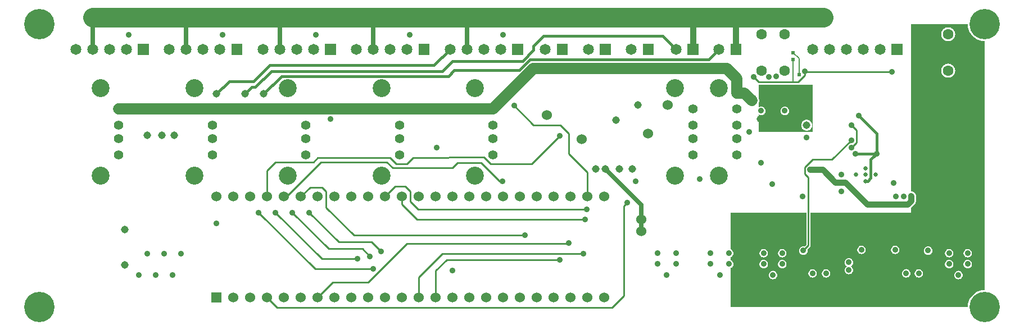
<source format=gbr>
G04 start of page 4 for group 2 idx 2 *
G04 Title: uart, signal3 *
G04 Creator: pcb 20140316 *
G04 CreationDate: Wed 16 Jan 2019 07:50:34 AM GMT UTC *
G04 For: brian *
G04 Format: Gerber/RS-274X *
G04 PCB-Dimensions (mil): 9000.00 5000.00 *
G04 PCB-Coordinate-Origin: lower left *
%MOIN*%
%FSLAX25Y25*%
%LNGROUP2*%
%ADD100C,0.0380*%
%ADD99C,0.0906*%
%ADD98C,0.0354*%
%ADD97C,0.0118*%
%ADD96C,0.1285*%
%ADD95C,0.0433*%
%ADD94C,0.0400*%
%ADD93C,0.0118*%
%ADD92C,0.0200*%
%ADD91C,0.0240*%
%ADD90C,0.0450*%
%ADD89C,0.0360*%
%ADD88C,0.0600*%
%ADD87C,0.1063*%
%ADD86C,0.0551*%
%ADD85C,0.0256*%
%ADD84C,0.1800*%
%ADD83C,0.0630*%
%ADD82C,0.0060*%
%ADD81C,0.0350*%
%ADD80C,0.0100*%
%ADD79C,0.0150*%
%ADD78C,0.0650*%
%ADD77C,0.0250*%
%ADD76C,0.1150*%
%ADD75C,0.0001*%
G54D75*G36*
X691496Y379657D02*X691593Y378431D01*
X691960Y376900D01*
X692562Y375446D01*
X693385Y374104D01*
X694407Y372907D01*
X695604Y371885D01*
X696946Y371062D01*
X698400Y370460D01*
X699931Y370093D01*
X701500Y369969D01*
Y222031D01*
X699931Y221907D01*
X698400Y221540D01*
X696946Y220938D01*
X695604Y220115D01*
X694407Y219093D01*
X693385Y217896D01*
X692562Y216554D01*
X691960Y215100D01*
X691593Y213569D01*
X691496Y212343D01*
Y234993D01*
X691500Y234992D01*
X691892Y235023D01*
X692275Y235115D01*
X692638Y235266D01*
X692974Y235471D01*
X693273Y235727D01*
X693529Y236026D01*
X693734Y236362D01*
X693885Y236725D01*
X693977Y237108D01*
X694000Y237500D01*
X693977Y237892D01*
X693885Y238275D01*
X693734Y238638D01*
X693529Y238974D01*
X693273Y239273D01*
X692974Y239529D01*
X692638Y239734D01*
X692275Y239885D01*
X691892Y239977D01*
X691500Y240008D01*
X691496Y240007D01*
Y241493D01*
X691500Y241492D01*
X691892Y241523D01*
X692275Y241615D01*
X692638Y241766D01*
X692974Y241971D01*
X693273Y242227D01*
X693529Y242526D01*
X693734Y242862D01*
X693885Y243225D01*
X693977Y243608D01*
X694000Y244000D01*
X693977Y244392D01*
X693885Y244775D01*
X693734Y245138D01*
X693529Y245474D01*
X693273Y245773D01*
X692974Y246029D01*
X692638Y246234D01*
X692275Y246385D01*
X691892Y246477D01*
X691500Y246508D01*
X691496Y246507D01*
Y379657D01*
G37*
G36*
X685996Y380000D02*X691469D01*
X691496Y379657D01*
Y246507D01*
X691108Y246477D01*
X690725Y246385D01*
X690362Y246234D01*
X690026Y246029D01*
X689727Y245773D01*
X689471Y245474D01*
X689266Y245138D01*
X689115Y244775D01*
X689023Y244392D01*
X688992Y244000D01*
X689023Y243608D01*
X689115Y243225D01*
X689266Y242862D01*
X689471Y242526D01*
X689727Y242227D01*
X690026Y241971D01*
X690362Y241766D01*
X690725Y241615D01*
X691108Y241523D01*
X691496Y241493D01*
Y240007D01*
X691108Y239977D01*
X690725Y239885D01*
X690362Y239734D01*
X690026Y239529D01*
X689727Y239273D01*
X689471Y238974D01*
X689266Y238638D01*
X689115Y238275D01*
X689023Y237892D01*
X688992Y237500D01*
X689023Y237108D01*
X689115Y236725D01*
X689266Y236362D01*
X689471Y236026D01*
X689727Y235727D01*
X690026Y235471D01*
X690362Y235266D01*
X690725Y235115D01*
X691108Y235023D01*
X691496Y234993D01*
Y212343D01*
X691469Y212000D01*
X685996D01*
Y228493D01*
X686000Y228492D01*
X686392Y228523D01*
X686775Y228615D01*
X687138Y228766D01*
X687474Y228971D01*
X687773Y229227D01*
X688029Y229526D01*
X688234Y229862D01*
X688385Y230225D01*
X688477Y230608D01*
X688500Y231000D01*
X688477Y231392D01*
X688385Y231775D01*
X688234Y232138D01*
X688029Y232474D01*
X687773Y232773D01*
X687474Y233029D01*
X687138Y233234D01*
X686775Y233385D01*
X686392Y233477D01*
X686000Y233508D01*
X685996Y233507D01*
Y380000D01*
G37*
G36*
X680496D02*X685996D01*
Y233507D01*
X685608Y233477D01*
X685225Y233385D01*
X684862Y233234D01*
X684526Y233029D01*
X684227Y232773D01*
X683971Y232474D01*
X683766Y232138D01*
X683615Y231775D01*
X683523Y231392D01*
X683492Y231000D01*
X683523Y230608D01*
X683615Y230225D01*
X683766Y229862D01*
X683971Y229526D01*
X684227Y229227D01*
X684526Y228971D01*
X684862Y228766D01*
X685225Y228615D01*
X685608Y228523D01*
X685996Y228493D01*
Y212000D01*
X680496D01*
Y234993D01*
X680500Y234992D01*
X680892Y235023D01*
X681275Y235115D01*
X681638Y235266D01*
X681974Y235471D01*
X682273Y235727D01*
X682529Y236026D01*
X682734Y236362D01*
X682885Y236725D01*
X682977Y237108D01*
X683000Y237500D01*
X682977Y237892D01*
X682885Y238275D01*
X682734Y238638D01*
X682529Y238974D01*
X682273Y239273D01*
X681974Y239529D01*
X681638Y239734D01*
X681275Y239885D01*
X680892Y239977D01*
X680500Y240008D01*
X680496Y240007D01*
Y241493D01*
X680500Y241492D01*
X680892Y241523D01*
X681275Y241615D01*
X681638Y241766D01*
X681974Y241971D01*
X682273Y242227D01*
X682529Y242526D01*
X682734Y242862D01*
X682885Y243225D01*
X682977Y243608D01*
X683000Y244000D01*
X682977Y244392D01*
X682885Y244775D01*
X682734Y245138D01*
X682529Y245474D01*
X682273Y245773D01*
X681974Y246029D01*
X681638Y246234D01*
X681275Y246385D01*
X680892Y246477D01*
X680500Y246508D01*
X680496Y246507D01*
Y348232D01*
X680541Y348235D01*
X681176Y348388D01*
X681779Y348638D01*
X682336Y348979D01*
X682833Y349403D01*
X683257Y349900D01*
X683598Y350457D01*
X683848Y351060D01*
X684001Y351695D01*
X684039Y352346D01*
X684001Y352998D01*
X683848Y353633D01*
X683598Y354236D01*
X683257Y354793D01*
X682833Y355290D01*
X682336Y355714D01*
X681779Y356055D01*
X681176Y356305D01*
X680541Y356458D01*
X680496Y356461D01*
Y369885D01*
X680541Y369889D01*
X681176Y370041D01*
X681779Y370291D01*
X682336Y370633D01*
X682833Y371057D01*
X683257Y371553D01*
X683598Y372110D01*
X683848Y372714D01*
X684001Y373349D01*
X684039Y374000D01*
X684001Y374651D01*
X683848Y375286D01*
X683598Y375890D01*
X683257Y376447D01*
X682833Y376943D01*
X682336Y377367D01*
X681779Y377709D01*
X681176Y377959D01*
X680541Y378111D01*
X680496Y378115D01*
Y380000D01*
G37*
G36*
X667996D02*X680496D01*
Y378115D01*
X679890Y378162D01*
X679239Y378111D01*
X678604Y377959D01*
X678000Y377709D01*
X677443Y377367D01*
X676946Y376943D01*
X676522Y376447D01*
X676181Y375890D01*
X675931Y375286D01*
X675779Y374651D01*
X675727Y374000D01*
X675779Y373349D01*
X675931Y372714D01*
X676181Y372110D01*
X676522Y371553D01*
X676946Y371057D01*
X677443Y370633D01*
X678000Y370291D01*
X678604Y370041D01*
X679239Y369889D01*
X679890Y369838D01*
X680496Y369885D01*
Y356461D01*
X679890Y356509D01*
X679239Y356458D01*
X678604Y356305D01*
X678000Y356055D01*
X677443Y355714D01*
X676946Y355290D01*
X676522Y354793D01*
X676181Y354236D01*
X675931Y353633D01*
X675779Y352998D01*
X675727Y352346D01*
X675779Y351695D01*
X675931Y351060D01*
X676181Y350457D01*
X676522Y349900D01*
X676946Y349403D01*
X677443Y348979D01*
X678000Y348638D01*
X678604Y348388D01*
X679239Y348235D01*
X679890Y348184D01*
X680496Y348232D01*
Y246507D01*
X680108Y246477D01*
X679725Y246385D01*
X679362Y246234D01*
X679026Y246029D01*
X678727Y245773D01*
X678471Y245474D01*
X678266Y245138D01*
X678115Y244775D01*
X678023Y244392D01*
X677992Y244000D01*
X678023Y243608D01*
X678115Y243225D01*
X678266Y242862D01*
X678471Y242526D01*
X678727Y242227D01*
X679026Y241971D01*
X679362Y241766D01*
X679725Y241615D01*
X680108Y241523D01*
X680496Y241493D01*
Y240007D01*
X680108Y239977D01*
X679725Y239885D01*
X679362Y239734D01*
X679026Y239529D01*
X678727Y239273D01*
X678471Y238974D01*
X678266Y238638D01*
X678115Y238275D01*
X678023Y237892D01*
X677992Y237500D01*
X678023Y237108D01*
X678115Y236725D01*
X678266Y236362D01*
X678471Y236026D01*
X678727Y235727D01*
X679026Y235471D01*
X679362Y235266D01*
X679725Y235115D01*
X680108Y235023D01*
X680496Y234993D01*
Y212000D01*
X667996D01*
Y242993D01*
X668000Y242992D01*
X668392Y243023D01*
X668775Y243115D01*
X669138Y243266D01*
X669474Y243471D01*
X669773Y243727D01*
X670029Y244026D01*
X670234Y244362D01*
X670385Y244725D01*
X670477Y245108D01*
X670500Y245500D01*
X670477Y245892D01*
X670385Y246275D01*
X670234Y246638D01*
X670029Y246974D01*
X669773Y247273D01*
X669474Y247529D01*
X669138Y247734D01*
X668775Y247885D01*
X668392Y247977D01*
X668000Y248008D01*
X667996Y248007D01*
Y380000D01*
G37*
G36*
X662496D02*X667996D01*
Y248007D01*
X667608Y247977D01*
X667225Y247885D01*
X666862Y247734D01*
X666526Y247529D01*
X666227Y247273D01*
X665971Y246974D01*
X665766Y246638D01*
X665615Y246275D01*
X665523Y245892D01*
X665492Y245500D01*
X665523Y245108D01*
X665615Y244725D01*
X665766Y244362D01*
X665971Y244026D01*
X666227Y243727D01*
X666526Y243471D01*
X666862Y243266D01*
X667225Y243115D01*
X667608Y243023D01*
X667996Y242993D01*
Y212000D01*
X662496D01*
Y229493D01*
X662500Y229492D01*
X662892Y229523D01*
X663275Y229615D01*
X663638Y229766D01*
X663974Y229971D01*
X664273Y230227D01*
X664529Y230526D01*
X664734Y230862D01*
X664885Y231225D01*
X664977Y231608D01*
X665000Y232000D01*
X664977Y232392D01*
X664885Y232775D01*
X664734Y233138D01*
X664529Y233474D01*
X664273Y233773D01*
X663974Y234029D01*
X663638Y234234D01*
X663275Y234385D01*
X662892Y234477D01*
X662500Y234508D01*
X662496Y234507D01*
Y380000D01*
G37*
G36*
X654996Y268000D02*X658000D01*
Y271107D01*
X658021Y271132D01*
X659868Y272979D01*
X659951Y273049D01*
X660231Y273378D01*
X660232Y273379D01*
X660458Y273748D01*
X660623Y274148D01*
X660725Y274568D01*
X660758Y275000D01*
X660750Y275108D01*
Y278000D01*
X660725Y278432D01*
X660623Y278852D01*
X660458Y279252D01*
X660232Y279621D01*
X659951Y279951D01*
X659621Y280232D01*
X659252Y280458D01*
X658852Y280623D01*
X658432Y280725D01*
X658000Y280758D01*
Y380000D01*
X662496D01*
Y234507D01*
X662108Y234477D01*
X661725Y234385D01*
X661362Y234234D01*
X661026Y234029D01*
X660727Y233773D01*
X660471Y233474D01*
X660266Y233138D01*
X660115Y232775D01*
X660023Y232392D01*
X659992Y232000D01*
X660023Y231608D01*
X660115Y231225D01*
X660266Y230862D01*
X660471Y230526D01*
X660727Y230227D01*
X661026Y229971D01*
X661362Y229766D01*
X661725Y229615D01*
X662108Y229523D01*
X662496Y229493D01*
Y212000D01*
X654996D01*
Y229493D01*
X655000Y229492D01*
X655392Y229523D01*
X655775Y229615D01*
X656138Y229766D01*
X656474Y229971D01*
X656773Y230227D01*
X657029Y230526D01*
X657234Y230862D01*
X657385Y231225D01*
X657477Y231608D01*
X657500Y232000D01*
X657477Y232392D01*
X657385Y232775D01*
X657234Y233138D01*
X657029Y233474D01*
X656773Y233773D01*
X656474Y234029D01*
X656138Y234234D01*
X655775Y234385D01*
X655392Y234477D01*
X655000Y234508D01*
X654996Y234507D01*
Y268000D01*
G37*
G36*
X648496D02*X654996D01*
Y234507D01*
X654608Y234477D01*
X654225Y234385D01*
X653862Y234234D01*
X653526Y234029D01*
X653227Y233773D01*
X652971Y233474D01*
X652766Y233138D01*
X652615Y232775D01*
X652523Y232392D01*
X652492Y232000D01*
X652523Y231608D01*
X652615Y231225D01*
X652766Y230862D01*
X652971Y230526D01*
X653227Y230227D01*
X653526Y229971D01*
X653862Y229766D01*
X654225Y229615D01*
X654608Y229523D01*
X654996Y229493D01*
Y212000D01*
X648496D01*
Y243493D01*
X648500Y243492D01*
X648892Y243523D01*
X649275Y243615D01*
X649638Y243766D01*
X649974Y243971D01*
X650273Y244227D01*
X650529Y244526D01*
X650734Y244862D01*
X650885Y245225D01*
X650977Y245608D01*
X651000Y246000D01*
X650977Y246392D01*
X650885Y246775D01*
X650734Y247138D01*
X650529Y247474D01*
X650273Y247773D01*
X649974Y248029D01*
X649638Y248234D01*
X649275Y248385D01*
X648892Y248477D01*
X648500Y248508D01*
X648496Y248507D01*
Y268000D01*
G37*
G36*
X628496D02*X648496D01*
Y248507D01*
X648108Y248477D01*
X647725Y248385D01*
X647362Y248234D01*
X647026Y248029D01*
X646727Y247773D01*
X646471Y247474D01*
X646266Y247138D01*
X646115Y246775D01*
X646023Y246392D01*
X645992Y246000D01*
X646023Y245608D01*
X646115Y245225D01*
X646266Y244862D01*
X646471Y244526D01*
X646727Y244227D01*
X647026Y243971D01*
X647362Y243766D01*
X647725Y243615D01*
X648108Y243523D01*
X648496Y243493D01*
Y212000D01*
X628496D01*
Y243493D01*
X628500Y243492D01*
X628892Y243523D01*
X629275Y243615D01*
X629638Y243766D01*
X629974Y243971D01*
X630273Y244227D01*
X630529Y244526D01*
X630734Y244862D01*
X630885Y245225D01*
X630977Y245608D01*
X631000Y246000D01*
X630977Y246392D01*
X630885Y246775D01*
X630734Y247138D01*
X630529Y247474D01*
X630273Y247773D01*
X629974Y248029D01*
X629638Y248234D01*
X629275Y248385D01*
X628892Y248477D01*
X628500Y248508D01*
X628496Y248507D01*
Y268000D01*
G37*
G36*
X620996D02*X628496D01*
Y248507D01*
X628108Y248477D01*
X627725Y248385D01*
X627362Y248234D01*
X627026Y248029D01*
X626727Y247773D01*
X626471Y247474D01*
X626266Y247138D01*
X626115Y246775D01*
X626023Y246392D01*
X625992Y246000D01*
X626023Y245608D01*
X626115Y245225D01*
X626266Y244862D01*
X626471Y244526D01*
X626727Y244227D01*
X627026Y243971D01*
X627362Y243766D01*
X627725Y243615D01*
X628108Y243523D01*
X628496Y243493D01*
Y212000D01*
X620996D01*
Y231493D01*
X621000Y231492D01*
X621392Y231523D01*
X621775Y231615D01*
X622138Y231766D01*
X622474Y231971D01*
X622773Y232227D01*
X623029Y232526D01*
X623234Y232862D01*
X623385Y233225D01*
X623477Y233608D01*
X623500Y234000D01*
X623477Y234392D01*
X623385Y234775D01*
X623234Y235138D01*
X623029Y235474D01*
X622773Y235773D01*
X622474Y236029D01*
X622138Y236234D01*
X622101Y236250D01*
X622138Y236266D01*
X622474Y236471D01*
X622773Y236727D01*
X623029Y237026D01*
X623234Y237362D01*
X623385Y237725D01*
X623477Y238108D01*
X623500Y238500D01*
X623477Y238892D01*
X623385Y239275D01*
X623234Y239638D01*
X623029Y239974D01*
X622773Y240273D01*
X622474Y240529D01*
X622138Y240734D01*
X621775Y240885D01*
X621392Y240977D01*
X621000Y241008D01*
X620996Y241007D01*
Y268000D01*
G37*
G36*
X607496D02*X620996D01*
Y241007D01*
X620608Y240977D01*
X620225Y240885D01*
X619862Y240734D01*
X619526Y240529D01*
X619227Y240273D01*
X618971Y239974D01*
X618766Y239638D01*
X618615Y239275D01*
X618523Y238892D01*
X618492Y238500D01*
X618523Y238108D01*
X618615Y237725D01*
X618766Y237362D01*
X618971Y237026D01*
X619227Y236727D01*
X619526Y236471D01*
X619862Y236266D01*
X619899Y236250D01*
X619862Y236234D01*
X619526Y236029D01*
X619227Y235773D01*
X618971Y235474D01*
X618766Y235138D01*
X618615Y234775D01*
X618523Y234392D01*
X618492Y234000D01*
X618523Y233608D01*
X618615Y233225D01*
X618766Y232862D01*
X618971Y232526D01*
X619227Y232227D01*
X619526Y231971D01*
X619862Y231766D01*
X620225Y231615D01*
X620608Y231523D01*
X620996Y231493D01*
Y212000D01*
X607496D01*
Y229493D01*
X607500Y229492D01*
X607892Y229523D01*
X608275Y229615D01*
X608638Y229766D01*
X608974Y229971D01*
X609273Y230227D01*
X609529Y230526D01*
X609734Y230862D01*
X609885Y231225D01*
X609977Y231608D01*
X610000Y232000D01*
X609977Y232392D01*
X609885Y232775D01*
X609734Y233138D01*
X609529Y233474D01*
X609273Y233773D01*
X608974Y234029D01*
X608638Y234234D01*
X608275Y234385D01*
X607892Y234477D01*
X607500Y234508D01*
X607496Y234507D01*
Y268000D01*
G37*
G36*
X599496D02*X607496D01*
Y234507D01*
X607108Y234477D01*
X606725Y234385D01*
X606362Y234234D01*
X606026Y234029D01*
X605727Y233773D01*
X605471Y233474D01*
X605266Y233138D01*
X605115Y232775D01*
X605023Y232392D01*
X604992Y232000D01*
X605023Y231608D01*
X605115Y231225D01*
X605266Y230862D01*
X605471Y230526D01*
X605727Y230227D01*
X606026Y229971D01*
X606362Y229766D01*
X606725Y229615D01*
X607108Y229523D01*
X607496Y229493D01*
Y212000D01*
X599496D01*
Y229493D01*
X599500Y229492D01*
X599892Y229523D01*
X600275Y229615D01*
X600638Y229766D01*
X600974Y229971D01*
X601273Y230227D01*
X601529Y230526D01*
X601734Y230862D01*
X601885Y231225D01*
X601977Y231608D01*
X602000Y232000D01*
X601977Y232392D01*
X601885Y232775D01*
X601734Y233138D01*
X601529Y233474D01*
X601273Y233773D01*
X600974Y234029D01*
X600638Y234234D01*
X600275Y234385D01*
X599892Y234477D01*
X599500Y234508D01*
X599496Y234507D01*
Y268000D01*
G37*
G36*
X581496D02*X595800D01*
Y248997D01*
X594705Y247902D01*
X594392Y247977D01*
X594000Y248008D01*
X593608Y247977D01*
X593225Y247885D01*
X592862Y247734D01*
X592526Y247529D01*
X592227Y247273D01*
X591971Y246974D01*
X591766Y246638D01*
X591615Y246275D01*
X591523Y245892D01*
X591492Y245500D01*
X591523Y245108D01*
X591615Y244725D01*
X591766Y244362D01*
X591971Y244026D01*
X592227Y243727D01*
X592526Y243471D01*
X592862Y243266D01*
X593225Y243115D01*
X593608Y243023D01*
X594000Y242992D01*
X594392Y243023D01*
X594775Y243115D01*
X595138Y243266D01*
X595474Y243471D01*
X595773Y243727D01*
X596029Y244026D01*
X596234Y244362D01*
X596385Y244725D01*
X596477Y245108D01*
X596500Y245500D01*
X596477Y245892D01*
X596402Y246205D01*
X597815Y247618D01*
X597851Y247649D01*
X597974Y247792D01*
X597974Y247792D01*
X598073Y247954D01*
X598145Y248128D01*
X598189Y248312D01*
X598204Y248500D01*
X598200Y248547D01*
Y268000D01*
X599496D01*
Y234507D01*
X599108Y234477D01*
X598725Y234385D01*
X598362Y234234D01*
X598026Y234029D01*
X597727Y233773D01*
X597471Y233474D01*
X597266Y233138D01*
X597115Y232775D01*
X597023Y232392D01*
X596992Y232000D01*
X597023Y231608D01*
X597115Y231225D01*
X597266Y230862D01*
X597471Y230526D01*
X597727Y230227D01*
X598026Y229971D01*
X598362Y229766D01*
X598725Y229615D01*
X599108Y229523D01*
X599496Y229493D01*
Y212000D01*
X581496D01*
Y234993D01*
X581500Y234992D01*
X581892Y235023D01*
X582275Y235115D01*
X582638Y235266D01*
X582974Y235471D01*
X583273Y235727D01*
X583529Y236026D01*
X583734Y236362D01*
X583885Y236725D01*
X583977Y237108D01*
X584000Y237500D01*
X583977Y237892D01*
X583885Y238275D01*
X583734Y238638D01*
X583529Y238974D01*
X583273Y239273D01*
X582974Y239529D01*
X582638Y239734D01*
X582275Y239885D01*
X581892Y239977D01*
X581500Y240008D01*
X581496Y240007D01*
Y241493D01*
X581500Y241492D01*
X581892Y241523D01*
X582275Y241615D01*
X582638Y241766D01*
X582974Y241971D01*
X583273Y242227D01*
X583529Y242526D01*
X583734Y242862D01*
X583885Y243225D01*
X583977Y243608D01*
X584000Y244000D01*
X583977Y244392D01*
X583885Y244775D01*
X583734Y245138D01*
X583529Y245474D01*
X583273Y245773D01*
X582974Y246029D01*
X582638Y246234D01*
X582275Y246385D01*
X581892Y246477D01*
X581500Y246508D01*
X581496Y246507D01*
Y268000D01*
G37*
G36*
X575996D02*X581496D01*
Y246507D01*
X581108Y246477D01*
X580725Y246385D01*
X580362Y246234D01*
X580026Y246029D01*
X579727Y245773D01*
X579471Y245474D01*
X579266Y245138D01*
X579115Y244775D01*
X579023Y244392D01*
X578992Y244000D01*
X579023Y243608D01*
X579115Y243225D01*
X579266Y242862D01*
X579471Y242526D01*
X579727Y242227D01*
X580026Y241971D01*
X580362Y241766D01*
X580725Y241615D01*
X581108Y241523D01*
X581496Y241493D01*
Y240007D01*
X581108Y239977D01*
X580725Y239885D01*
X580362Y239734D01*
X580026Y239529D01*
X579727Y239273D01*
X579471Y238974D01*
X579266Y238638D01*
X579115Y238275D01*
X579023Y237892D01*
X578992Y237500D01*
X579023Y237108D01*
X579115Y236725D01*
X579266Y236362D01*
X579471Y236026D01*
X579727Y235727D01*
X580026Y235471D01*
X580362Y235266D01*
X580725Y235115D01*
X581108Y235023D01*
X581496Y234993D01*
Y212000D01*
X575996D01*
Y228493D01*
X576000Y228492D01*
X576392Y228523D01*
X576775Y228615D01*
X577138Y228766D01*
X577474Y228971D01*
X577773Y229227D01*
X578029Y229526D01*
X578234Y229862D01*
X578385Y230225D01*
X578477Y230608D01*
X578500Y231000D01*
X578477Y231392D01*
X578385Y231775D01*
X578234Y232138D01*
X578029Y232474D01*
X577773Y232773D01*
X577474Y233029D01*
X577138Y233234D01*
X576775Y233385D01*
X576392Y233477D01*
X576000Y233508D01*
X575996Y233507D01*
Y268000D01*
G37*
G36*
X570496D02*X575996D01*
Y233507D01*
X575608Y233477D01*
X575225Y233385D01*
X574862Y233234D01*
X574526Y233029D01*
X574227Y232773D01*
X573971Y232474D01*
X573766Y232138D01*
X573615Y231775D01*
X573523Y231392D01*
X573492Y231000D01*
X573523Y230608D01*
X573615Y230225D01*
X573766Y229862D01*
X573971Y229526D01*
X574227Y229227D01*
X574526Y228971D01*
X574862Y228766D01*
X575225Y228615D01*
X575608Y228523D01*
X575996Y228493D01*
Y212000D01*
X570496D01*
Y234993D01*
X570500Y234992D01*
X570892Y235023D01*
X571275Y235115D01*
X571638Y235266D01*
X571974Y235471D01*
X572273Y235727D01*
X572529Y236026D01*
X572734Y236362D01*
X572885Y236725D01*
X572977Y237108D01*
X573000Y237500D01*
X572977Y237892D01*
X572885Y238275D01*
X572734Y238638D01*
X572529Y238974D01*
X572273Y239273D01*
X571974Y239529D01*
X571638Y239734D01*
X571275Y239885D01*
X570892Y239977D01*
X570500Y240008D01*
X570496Y240007D01*
Y241493D01*
X570500Y241492D01*
X570892Y241523D01*
X571275Y241615D01*
X571638Y241766D01*
X571974Y241971D01*
X572273Y242227D01*
X572529Y242526D01*
X572734Y242862D01*
X572885Y243225D01*
X572977Y243608D01*
X573000Y244000D01*
X572977Y244392D01*
X572885Y244775D01*
X572734Y245138D01*
X572529Y245474D01*
X572273Y245773D01*
X571974Y246029D01*
X571638Y246234D01*
X571275Y246385D01*
X570892Y246477D01*
X570500Y246508D01*
X570496Y246507D01*
Y268000D01*
G37*
G36*
X551000D02*X570496D01*
Y246507D01*
X570108Y246477D01*
X569725Y246385D01*
X569362Y246234D01*
X569026Y246029D01*
X568727Y245773D01*
X568471Y245474D01*
X568266Y245138D01*
X568115Y244775D01*
X568023Y244392D01*
X567992Y244000D01*
X568023Y243608D01*
X568115Y243225D01*
X568266Y242862D01*
X568471Y242526D01*
X568727Y242227D01*
X569026Y241971D01*
X569362Y241766D01*
X569725Y241615D01*
X570108Y241523D01*
X570496Y241493D01*
Y240007D01*
X570108Y239977D01*
X569725Y239885D01*
X569362Y239734D01*
X569026Y239529D01*
X568727Y239273D01*
X568471Y238974D01*
X568266Y238638D01*
X568115Y238275D01*
X568023Y237892D01*
X567992Y237500D01*
X568023Y237108D01*
X568115Y236725D01*
X568266Y236362D01*
X568471Y236026D01*
X568727Y235727D01*
X569026Y235471D01*
X569362Y235266D01*
X569725Y235115D01*
X570108Y235023D01*
X570496Y234993D01*
Y212000D01*
X551000D01*
Y235208D01*
X551138Y235266D01*
X551474Y235471D01*
X551773Y235727D01*
X552029Y236026D01*
X552234Y236362D01*
X552385Y236725D01*
X552477Y237108D01*
X552500Y237500D01*
X552477Y237892D01*
X552385Y238275D01*
X552234Y238638D01*
X552029Y238974D01*
X551773Y239273D01*
X551474Y239529D01*
X551138Y239734D01*
X551000Y239792D01*
Y241708D01*
X551138Y241766D01*
X551474Y241971D01*
X551773Y242227D01*
X552029Y242526D01*
X552234Y242862D01*
X552385Y243225D01*
X552477Y243608D01*
X552500Y244000D01*
X552477Y244392D01*
X552385Y244775D01*
X552234Y245138D01*
X552029Y245474D01*
X551773Y245773D01*
X551474Y246029D01*
X551138Y246234D01*
X551000Y246292D01*
Y268000D01*
G37*
G36*
X595995Y344000D02*X599500D01*
Y316000D01*
X595995D01*
Y316740D01*
X596000Y316740D01*
X596510Y316780D01*
X597007Y316900D01*
X597480Y317095D01*
X597916Y317363D01*
X598305Y317695D01*
X598637Y318084D01*
X598905Y318520D01*
X599100Y318993D01*
X599220Y319490D01*
X599250Y320000D01*
X599220Y320510D01*
X599100Y321007D01*
X598905Y321480D01*
X598637Y321916D01*
X598305Y322305D01*
X597916Y322637D01*
X597480Y322905D01*
X597007Y323100D01*
X596510Y323220D01*
X596000Y323260D01*
X595995Y323260D01*
Y344000D01*
G37*
G36*
X582996D02*X595995D01*
Y323260D01*
X595490Y323220D01*
X594993Y323100D01*
X594520Y322905D01*
X594084Y322637D01*
X593695Y322305D01*
X593363Y321916D01*
X593095Y321480D01*
X592900Y321007D01*
X592780Y320510D01*
X592740Y320000D01*
X592780Y319490D01*
X592900Y318993D01*
X593095Y318520D01*
X593363Y318084D01*
X593695Y317695D01*
X594084Y317363D01*
X594520Y317095D01*
X594993Y316900D01*
X595490Y316780D01*
X595995Y316740D01*
Y316000D01*
X582996D01*
Y325993D01*
X583000Y325992D01*
X583392Y326023D01*
X583775Y326115D01*
X584138Y326266D01*
X584474Y326471D01*
X584773Y326727D01*
X585029Y327026D01*
X585234Y327362D01*
X585385Y327725D01*
X585477Y328108D01*
X585500Y328500D01*
X585477Y328892D01*
X585385Y329275D01*
X585234Y329638D01*
X585029Y329974D01*
X584773Y330273D01*
X584474Y330529D01*
X584138Y330734D01*
X583775Y330885D01*
X583392Y330977D01*
X583000Y331008D01*
X582996Y331007D01*
Y344000D01*
G37*
G36*
X567500Y316000D02*Y326493D01*
X567526Y326471D01*
X567862Y326266D01*
X568225Y326115D01*
X568608Y326023D01*
X569000Y325992D01*
X569392Y326023D01*
X569775Y326115D01*
X570138Y326266D01*
X570474Y326471D01*
X570773Y326727D01*
X571029Y327026D01*
X571234Y327362D01*
X571385Y327725D01*
X571477Y328108D01*
X571500Y328500D01*
X571477Y328892D01*
X571385Y329275D01*
X571234Y329638D01*
X571029Y329974D01*
X570773Y330273D01*
X570474Y330529D01*
X570138Y330734D01*
X569775Y330885D01*
X569392Y330977D01*
X569000Y331008D01*
X568608Y330977D01*
X568225Y330885D01*
X567862Y330734D01*
X567526Y330529D01*
X567500Y330507D01*
Y333051D01*
X567554Y333183D01*
X567711Y333833D01*
X567763Y334500D01*
X567711Y335167D01*
X567554Y335817D01*
X567500Y335949D01*
Y344000D01*
X582996D01*
Y331007D01*
X582608Y330977D01*
X582225Y330885D01*
X581862Y330734D01*
X581526Y330529D01*
X581227Y330273D01*
X580971Y329974D01*
X580766Y329638D01*
X580615Y329275D01*
X580523Y328892D01*
X580492Y328500D01*
X580523Y328108D01*
X580615Y327725D01*
X580766Y327362D01*
X580971Y327026D01*
X581227Y326727D01*
X581526Y326471D01*
X581862Y326266D01*
X582225Y326115D01*
X582608Y326023D01*
X582996Y325993D01*
Y316000D01*
X567500D01*
G37*
G54D76*X172500Y384000D02*X606000D01*
G54D77*X394500Y365000D02*Y384000D01*
X339000Y365000D02*Y384000D01*
G54D78*X554500Y339000D02*X559000D01*
G54D79*X544000Y365000D02*X538000Y359000D01*
X387000Y352500D02*X383500Y349000D01*
X380000Y352000D02*X278500D01*
X383500Y349000D02*X284500D01*
X278500Y352000D02*X269000Y342500D01*
X284500Y349000D02*X274000Y338500D01*
X269000Y342500D02*X267000D01*
X263000Y338500D01*
G54D78*X410000Y329780D02*X433720Y353500D01*
G54D79*X432000Y359000D02*X425500Y352500D01*
X434000Y364500D02*X427500Y358000D01*
G54D78*X433720Y353500D02*X548500D01*
G54D79*X375000Y355500D02*X277500D01*
X268000Y346000D01*
X253500D01*
X246000Y338500D01*
X538000Y359000D02*X432000D01*
G54D78*X559000Y339000D02*X563500Y334500D01*
G54D79*X518500Y365000D02*X510500Y373000D01*
X440000D01*
X434000Y367000D01*
Y364500D01*
X384500Y365000D02*X375000Y355500D01*
X427500Y358000D02*X386000D01*
X380000Y352000D01*
X425500Y352500D02*X387000D01*
G54D80*X434000Y320000D02*X422500Y331500D01*
X487500Y272000D02*X489500Y274000D01*
X466000Y277500D02*Y292000D01*
X455000Y303000D01*
Y315000D01*
X450000Y320000D01*
X434000D01*
X449500Y313500D02*X433000Y297000D01*
X281000Y298000D02*X303500D01*
X308000D02*X347000D01*
X303500D02*X306000Y300500D01*
X349000D01*
X404500Y301000D02*X362500Y300500D01*
X349000D02*X352500Y297000D01*
X347000Y298000D02*X350500Y294500D01*
X352500Y297000D02*X359000D01*
X362500Y300500D02*X359000Y297000D01*
X350500Y294500D02*X386000D01*
X389000Y297500D01*
X433000Y297000D02*X408500D01*
X404500Y301000D01*
X389000Y297500D02*X403000D01*
X414000Y286500D01*
X415500D01*
G54D79*X634000Y288500D02*Y299500D01*
X637500Y303000D01*
X625000D02*X637500D01*
G54D80*X622500Y311000D02*X611000Y299500D01*
X622500Y306500D02*X625500Y309500D01*
Y317000D01*
X622500Y320000D01*
G54D79*X627000Y325500D02*X637500Y315000D01*
Y303000D01*
G54D81*X619000Y286000D02*X632000Y273000D01*
X619000Y286000D02*X613000D01*
X605500Y293500D01*
G54D79*X631000Y286760D02*X632260D01*
G54D77*X476500Y294000D02*X498000Y272500D01*
Y257000D01*
G54D81*X658000Y278000D02*Y275000D01*
X656000Y273000D01*
X632000D01*
G54D79*X632260Y286760D02*X634000Y288500D01*
G54D81*X598000Y293500D02*X605500D01*
G54D80*X611000Y299500D02*X599500D01*
X597000Y289000D02*X595000Y291000D01*
Y295000D01*
X599500Y299500D01*
X594000Y245500D02*X597000Y248500D01*
Y289000D01*
X595000Y352000D02*X595500Y351500D01*
X595000Y352000D02*Y349500D01*
X591000Y345500D01*
X567500D01*
X595500Y351500D02*X646500D01*
G54D81*X554000Y365000D02*Y384000D01*
X528500Y365000D02*Y384000D01*
G54D82*X588000Y363000D02*X591500Y359500D01*
Y350000D01*
X588000Y359000D02*Y345500D01*
G54D80*X567500D02*X564500Y348500D01*
G54D78*X548500Y353500D02*X554500Y347500D01*
Y339000D01*
X188000Y329780D02*X410000D01*
G54D77*X283500Y365000D02*Y384000D01*
X228000Y365000D02*Y384000D01*
X172500Y365000D02*Y384000D01*
G54D80*X311000Y280500D02*X308500Y283000D01*
X301500D01*
X296000Y277500D01*
X287500D02*X308000Y298000D01*
X286000Y277500D02*X287500D01*
X276000D02*Y293000D01*
X281000Y298000D01*
X376000Y217500D02*Y233500D01*
X366000Y217500D02*Y229500D01*
X282000Y211500D02*X480500D01*
X487500Y218500D01*
X376000Y233500D02*X382500Y240000D01*
X366000Y229500D02*X380000Y243500D01*
X463500D01*
X382500Y240000D02*X449500D01*
X454500Y249500D02*X359000D01*
X429000Y254500D02*X327500D01*
X454500Y249500D02*X455000Y250000D01*
X332500Y246500D02*X312500D01*
X291000Y268000D01*
X487500Y218500D02*Y272000D01*
X465500Y270000D02*X365500D01*
X464500Y264000D02*X365000D01*
X327500Y254500D02*X311000Y271000D01*
Y280500D01*
X365500Y270000D02*X361000Y274500D01*
X365000Y264000D02*X356000Y273000D01*
Y277500D01*
X361000Y274500D02*Y280500D01*
X358000Y283500D01*
X352000D01*
X346000Y277500D01*
X276000Y217500D02*X282000Y211500D01*
X336000Y226500D02*X315000D01*
X306000Y217500D01*
X339000Y234500D02*X304500D01*
X359000Y249500D02*X336000Y226500D01*
X304500Y234500D02*X271000Y268000D01*
X329500Y240500D02*X308500D01*
X281000Y268000D01*
X343500Y245000D02*X338000Y250500D01*
X318500D01*
X301000Y268000D01*
X337000Y242000D02*X332500Y246500D01*
G54D75*G36*
X646250Y368250D02*Y361750D01*
X652750D01*
Y368250D01*
X646250D01*
G37*
G54D78*X639500Y365000D03*
G54D83*X666110Y374000D03*
X679890D03*
X666110Y352346D03*
X679890D03*
G54D78*X629500Y365000D03*
X619500D03*
G54D84*X701500Y380000D03*
G54D85*X631000Y290500D03*
Y286760D03*
Y294240D03*
X636709Y290500D03*
X625291D03*
G54D84*X701500Y212000D03*
G54D78*X609500Y365000D03*
G54D75*G36*
X525250Y368250D02*Y361750D01*
X531750D01*
Y368250D01*
X525250D01*
G37*
G54D78*X518500Y365000D03*
G54D75*G36*
X550750Y368250D02*Y361750D01*
X557250D01*
Y368250D01*
X550750D01*
G37*
G54D78*X544000Y365000D03*
X599500D03*
G54D83*X569110Y374000D03*
X582890D03*
Y352346D03*
X569110D03*
G54D86*X554500Y329780D03*
Y312063D03*
X528500D03*
X554500Y302220D03*
G54D87*X543831Y290134D03*
G54D86*X528500Y302220D03*
G54D87*X517831Y290134D03*
G54D86*X554500Y319937D03*
G54D87*X543831Y341866D03*
G54D86*X528500Y329780D03*
Y319937D03*
G54D87*X517831Y341866D03*
G54D75*G36*
X243000Y220500D02*Y214500D01*
X249000D01*
Y220500D01*
X243000D01*
G37*
G54D88*X256000Y217500D03*
X266000D03*
X276000D03*
X286000D03*
X296000D03*
X306000D03*
X316000D03*
X326000D03*
X336000D03*
X346000D03*
X356000D03*
X366000D03*
X376000D03*
X386000D03*
X396000D03*
X406000D03*
X416000D03*
X406000Y277500D03*
X396000D03*
X386000D03*
X376000D03*
X366000D03*
X356000D03*
X346000D03*
X336000D03*
X326000D03*
X316000D03*
X306000D03*
X296000D03*
X286000D03*
X276000D03*
X266000D03*
X256000D03*
X246000D03*
X426000Y217500D03*
X436000D03*
X446000D03*
X456000D03*
X466000D03*
X476000D03*
Y277500D03*
X466000D03*
X456000D03*
X446000D03*
X436000D03*
X426000D03*
X416000D03*
G54D86*X410000Y329780D03*
G54D87*X399331Y341866D03*
G54D86*X410000Y319937D03*
Y312063D03*
Y302220D03*
G54D87*X399331Y290134D03*
G54D75*G36*
X447750Y368250D02*Y361750D01*
X454250D01*
Y368250D01*
X447750D01*
G37*
G54D78*X441000Y365000D03*
G54D75*G36*
X421250Y368250D02*Y361750D01*
X427750D01*
Y368250D01*
X421250D01*
G37*
G54D78*X414500Y365000D03*
G54D75*G36*
X473250Y368250D02*Y361750D01*
X479750D01*
Y368250D01*
X473250D01*
G37*
G54D78*X466500Y365000D03*
G54D75*G36*
X498750Y368250D02*Y361750D01*
X505250D01*
Y368250D01*
X498750D01*
G37*
G54D78*X492000Y365000D03*
X404500D03*
X394500D03*
X384500D03*
G54D75*G36*
X365750Y368250D02*Y361750D01*
X372250D01*
Y368250D01*
X365750D01*
G37*
G54D78*X359000Y365000D03*
X349000D03*
X339000D03*
X329000D03*
G54D86*X354500Y329780D03*
G54D87*X343831Y341866D03*
G54D75*G36*
X310250Y368250D02*Y361750D01*
X316750D01*
Y368250D01*
X310250D01*
G37*
G54D78*X303500Y365000D03*
X293500D03*
X283500D03*
X273500D03*
G54D75*G36*
X254750Y368250D02*Y361750D01*
X261250D01*
Y368250D01*
X254750D01*
G37*
G54D78*X248000Y365000D03*
X238000D03*
X228000D03*
X218000D03*
G54D75*G36*
X199250Y368250D02*Y361750D01*
X205750D01*
Y368250D01*
X199250D01*
G37*
G54D78*X192500Y365000D03*
X182500D03*
X172500D03*
X162500D03*
G54D84*X141000Y380000D03*
G54D86*X354500Y319937D03*
X299000D03*
Y312063D03*
Y302220D03*
G54D87*X288331Y290134D03*
G54D86*X354500Y312063D03*
Y302220D03*
G54D87*X343831Y290134D03*
G54D86*X299000Y329780D03*
G54D87*X288331Y341866D03*
G54D86*X243500Y329780D03*
Y319937D03*
Y312063D03*
Y302220D03*
X188000D03*
G54D87*X232831Y341866D03*
G54D86*X188000Y329780D03*
Y319937D03*
Y312063D03*
G54D87*X177331Y341866D03*
X232831Y290134D03*
X177331D03*
G54D84*X141000Y212000D03*
G54D89*X628500Y246000D03*
X653500Y277500D03*
X648500Y246000D03*
X658000Y278000D03*
X649000Y277500D03*
X668000Y245500D03*
X680500Y244000D03*
Y237500D03*
X662500Y232000D03*
X655000D03*
X599500D03*
X607500D03*
X691500Y237500D03*
Y244000D03*
X686000Y231000D03*
X598000Y293500D03*
X569000Y297500D03*
X575500Y285000D03*
X621000Y234000D03*
Y238500D03*
X594000Y245500D03*
G54D90*X587000Y264500D03*
Y254500D03*
X583000Y259500D03*
G54D89*X562000Y316000D03*
X532500Y288000D03*
X593500Y277500D03*
X627000Y278000D03*
X616500Y280500D03*
Y290500D03*
X625000Y303000D03*
X622500Y306500D03*
X647500Y285500D03*
X637500Y303000D03*
X622500Y311000D03*
Y320000D03*
X627000Y325500D03*
G54D90*X596000Y320000D03*
G54D89*Y312500D03*
X570500Y244000D03*
X581500Y237500D03*
Y244000D03*
X576000Y231000D03*
X570500Y237500D03*
X539000Y244000D03*
Y237500D03*
X518500D03*
Y244000D03*
X513000Y231000D03*
X507500Y237500D03*
X550000D03*
X544500Y231000D03*
X550000Y244000D03*
X507500D03*
X449500Y313500D03*
G54D88*X462500Y311500D03*
X442000Y326000D03*
G54D90*X496000Y332000D03*
X246000Y338500D03*
X274000D03*
X263000D03*
G54D89*X422500Y331500D03*
X416000Y373500D03*
X313500Y323500D03*
G54D88*X513500Y332000D03*
G54D89*X569000Y328500D03*
G54D91*X576000Y322500D03*
G54D90*X568500Y323500D03*
G54D88*X563500Y334500D03*
X554500Y339000D03*
G54D89*X583000Y328500D03*
G54D90*X583500Y323500D03*
X596500Y333500D03*
X589000D03*
Y326000D03*
X596500D03*
G54D89*X573500Y348500D03*
X564500D03*
X578000Y349000D03*
G54D91*X591500Y350000D03*
G54D89*X646500Y351500D03*
X595000Y352000D03*
G54D91*X588000Y363000D03*
Y359000D03*
G54D88*X606000Y381500D03*
X600500Y386500D03*
X595000Y381500D03*
X589500Y386500D03*
G54D89*X360500Y373500D03*
X305000D03*
X249500D03*
X194000D03*
X278500Y380000D03*
X271000Y268000D03*
X281000D03*
X291000D03*
X301000D03*
G54D90*X492500Y294000D03*
X485000D03*
X476500D03*
X471000D03*
G54D89*X494500Y286500D03*
X415500D03*
G54D90*X483000Y323000D03*
G54D88*X502000Y315000D03*
X498000Y257000D03*
G54D89*X246000Y261500D03*
X429000Y254500D03*
G54D88*X498000Y264000D03*
G54D89*X463500Y243500D03*
X489500Y274000D03*
X464500Y264000D03*
X465500Y270000D03*
X449500Y240000D03*
X455000Y250000D03*
G54D90*X191500Y258000D03*
Y237000D03*
X205000Y314000D03*
X213500D03*
X221000D03*
G54D89*X386000Y233500D03*
X376500Y306500D03*
X225000Y243500D03*
X215000D03*
X205000D03*
X220000Y231000D03*
X210000D03*
X200000D03*
X329500Y240500D03*
X339000Y234500D03*
X337000Y242000D03*
X343500Y245000D03*
G54D92*G54D77*G54D92*G54D77*G54D92*G54D81*G54D77*G54D92*G54D81*G54D92*G54D93*G54D77*G54D81*G54D92*G54D77*G54D92*G54D93*G54D92*G54D93*G54D81*G54D92*G54D77*G54D92*G54D77*G54D81*G54D92*G54D81*G54D92*G54D77*G54D92*G54D94*G54D95*G54D94*G54D96*G54D97*G54D96*G54D94*G54D95*G54D98*G54D99*G54D98*G54D99*G54D98*G54D99*G54D98*G54D99*G54D100*G54D98*G54D99*G54D98*G54D99*G54D94*G54D98*G54D99*G54D94*G54D96*G54D98*G54D99*G54D98*G54D99*G54D98*G54D99*G54D98*G54D99*G54D98*G54D99*G54D96*M02*

</source>
